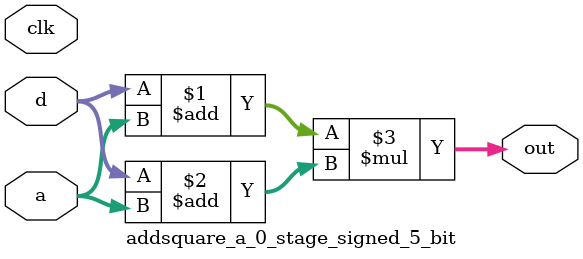
<source format=sv>
(* use_dsp = "yes" *) module addsquare_a_0_stage_signed_5_bit(
	input signed [4:0] a,
	input signed [4:0] d,
	output [4:0] out,
	input clk);

	assign out = (d + a) * (d + a);
endmodule

</source>
